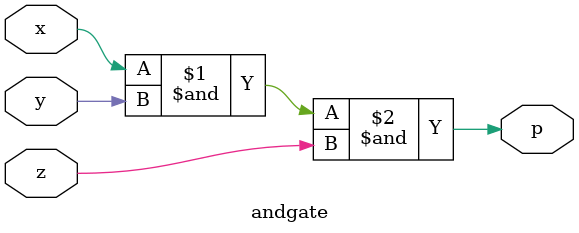
<source format=v>
module andgate(
    input x,
    input y,
    input z,
    output p
);

assign p = (x&y&z);
endmodule


</source>
